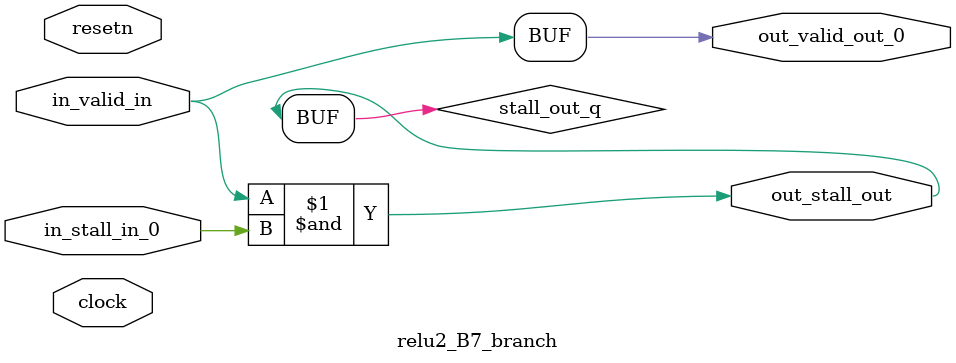
<source format=sv>



(* altera_attribute = "-name AUTO_SHIFT_REGISTER_RECOGNITION OFF; -name MESSAGE_DISABLE 10036; -name MESSAGE_DISABLE 10037; -name MESSAGE_DISABLE 14130; -name MESSAGE_DISABLE 14320; -name MESSAGE_DISABLE 15400; -name MESSAGE_DISABLE 14130; -name MESSAGE_DISABLE 10036; -name MESSAGE_DISABLE 12020; -name MESSAGE_DISABLE 12030; -name MESSAGE_DISABLE 12010; -name MESSAGE_DISABLE 12110; -name MESSAGE_DISABLE 14320; -name MESSAGE_DISABLE 13410; -name MESSAGE_DISABLE 113007; -name MESSAGE_DISABLE 10958" *)
module relu2_B7_branch (
    input wire [0:0] in_stall_in_0,
    input wire [0:0] in_valid_in,
    output wire [0:0] out_stall_out,
    output wire [0:0] out_valid_out_0,
    input wire clock,
    input wire resetn
    );

    wire [0:0] stall_out_q;


    // stall_out(LOGICAL,6)
    assign stall_out_q = in_valid_in & in_stall_in_0;

    // out_stall_out(GPOUT,4)
    assign out_stall_out = stall_out_q;

    // out_valid_out_0(GPOUT,5)
    assign out_valid_out_0 = in_valid_in;

endmodule

</source>
